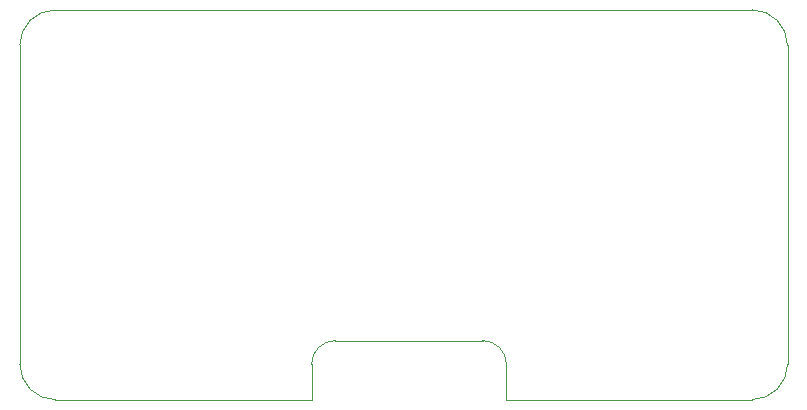
<source format=gm1>
G04 #@! TF.GenerationSoftware,KiCad,Pcbnew,(6.0.4)*
G04 #@! TF.CreationDate,2022-03-24T17:43:32+01:00*
G04 #@! TF.ProjectId,MT32pi-MiSTer,4d543332-7069-42d4-9d69-535465722e6b,rev?*
G04 #@! TF.SameCoordinates,Original*
G04 #@! TF.FileFunction,Profile,NP*
%FSLAX46Y46*%
G04 Gerber Fmt 4.6, Leading zero omitted, Abs format (unit mm)*
G04 Created by KiCad (PCBNEW (6.0.4)) date 2022-03-24 17:43:32*
%MOMM*%
%LPD*%
G01*
G04 APERTURE LIST*
G04 #@! TA.AperFunction,Profile*
%ADD10C,0.100000*%
G04 #@! TD*
G04 APERTURE END LIST*
D10*
X145000000Y-85500000D02*
X145000000Y-87100000D01*
X104700000Y-115500000D02*
X104700000Y-112500000D01*
X134500000Y-82500000D02*
X142000000Y-82500000D01*
X80000000Y-85500000D02*
X80000000Y-112500000D01*
X80000000Y-112500000D02*
G75*
G03*
X83000000Y-115500000I3000000J0D01*
G01*
X145000000Y-85500000D02*
G75*
G03*
X142000000Y-82500000I-3000000J0D01*
G01*
X83000000Y-82500000D02*
G75*
G03*
X80000000Y-85500000I0J-3000000D01*
G01*
X142000000Y-115500000D02*
G75*
G03*
X145000000Y-112500000I0J3000000D01*
G01*
X145000000Y-107500000D02*
X145000000Y-112500000D01*
X106700000Y-110500000D02*
X119200000Y-110500000D01*
X121200000Y-115500000D02*
X142000000Y-115500000D01*
X106700000Y-110500000D02*
G75*
G03*
X104700000Y-112500000I0J-2000000D01*
G01*
X121200000Y-112500000D02*
G75*
G03*
X119200000Y-110500000I-2000000J0D01*
G01*
X104700000Y-115500000D02*
X83000000Y-115500000D01*
X114500000Y-82500000D02*
X130500000Y-82500000D01*
X121200000Y-112500000D02*
X121200000Y-115500000D01*
X145000000Y-91100000D02*
X145000000Y-103500000D01*
X83000000Y-82500000D02*
X90750000Y-82500000D01*
X94750000Y-82500000D02*
X110500000Y-82500000D01*
X145000000Y-103500000D02*
X145000000Y-107500000D01*
X145000000Y-87100000D02*
X145000000Y-91100000D01*
X130500000Y-82500000D02*
X134500000Y-82500000D01*
X110500000Y-82500000D02*
X114500000Y-82500000D01*
X90750000Y-82500000D02*
X94750000Y-82500000D01*
M02*

</source>
